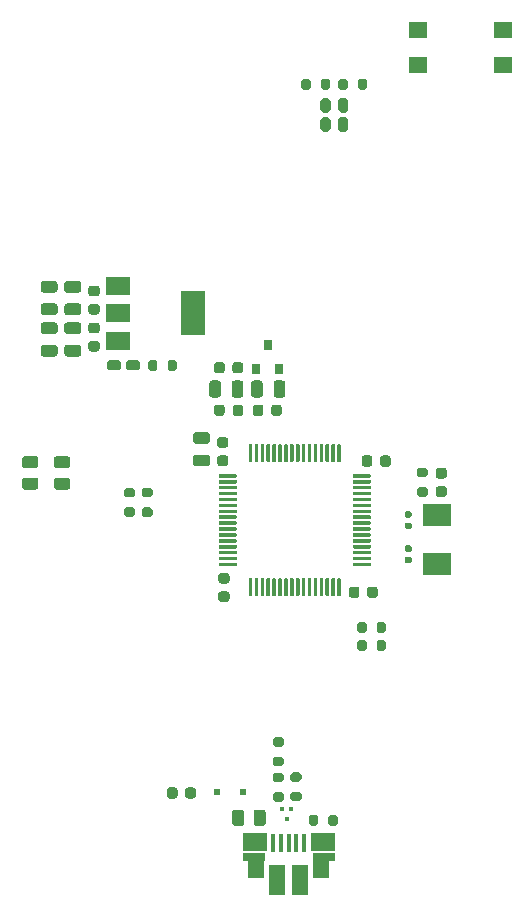
<source format=gbr>
%TF.GenerationSoftware,KiCad,Pcbnew,(5.1.9)-1*%
%TF.CreationDate,2021-05-07T19:23:29+02:00*%
%TF.ProjectId,STM32_Launchpad_v1r1,53544d33-325f-44c6-9175-6e6368706164,rev?*%
%TF.SameCoordinates,Original*%
%TF.FileFunction,Paste,Top*%
%TF.FilePolarity,Positive*%
%FSLAX46Y46*%
G04 Gerber Fmt 4.6, Leading zero omitted, Abs format (unit mm)*
G04 Created by KiCad (PCBNEW (5.1.9)-1) date 2021-05-07 19:23:29*
%MOMM*%
%LPD*%
G01*
G04 APERTURE LIST*
%ADD10R,2.000000X1.500000*%
%ADD11R,2.000000X3.800000*%
%ADD12R,0.500000X0.500000*%
%ADD13R,1.600000X1.400000*%
%ADD14R,0.300000X0.300000*%
%ADD15R,1.430000X2.500000*%
%ADD16R,0.400000X1.650000*%
%ADD17R,1.825000X0.700000*%
%ADD18R,1.350000X2.000000*%
%ADD19R,2.400000X1.900000*%
%ADD20R,0.800000X0.900000*%
G04 APERTURE END LIST*
D10*
%TO.C,U4*%
X72050000Y-78200000D03*
X72050000Y-82800000D03*
X72050000Y-80500000D03*
D11*
X78350000Y-80500000D03*
%TD*%
D12*
%TO.C,D1*%
X80400000Y-121000000D03*
X82600000Y-121000000D03*
%TD*%
%TO.C,C19*%
G36*
G01*
X77075000Y-120850000D02*
X77075000Y-121350000D01*
G75*
G02*
X76850000Y-121575000I-225000J0D01*
G01*
X76400000Y-121575000D01*
G75*
G02*
X76175000Y-121350000I0J225000D01*
G01*
X76175000Y-120850000D01*
G75*
G02*
X76400000Y-120625000I225000J0D01*
G01*
X76850000Y-120625000D01*
G75*
G02*
X77075000Y-120850000I0J-225000D01*
G01*
G37*
G36*
G01*
X78625000Y-120850000D02*
X78625000Y-121350000D01*
G75*
G02*
X78400000Y-121575000I-225000J0D01*
G01*
X77950000Y-121575000D01*
G75*
G02*
X77725000Y-121350000I0J225000D01*
G01*
X77725000Y-120850000D01*
G75*
G02*
X77950000Y-120625000I225000J0D01*
G01*
X78400000Y-120625000D01*
G75*
G02*
X78625000Y-120850000I0J-225000D01*
G01*
G37*
%TD*%
%TO.C,C5*%
G36*
G01*
X80750000Y-104025000D02*
X81250000Y-104025000D01*
G75*
G02*
X81475000Y-104250000I0J-225000D01*
G01*
X81475000Y-104700000D01*
G75*
G02*
X81250000Y-104925000I-225000J0D01*
G01*
X80750000Y-104925000D01*
G75*
G02*
X80525000Y-104700000I0J225000D01*
G01*
X80525000Y-104250000D01*
G75*
G02*
X80750000Y-104025000I225000J0D01*
G01*
G37*
G36*
G01*
X80750000Y-102475000D02*
X81250000Y-102475000D01*
G75*
G02*
X81475000Y-102700000I0J-225000D01*
G01*
X81475000Y-103150000D01*
G75*
G02*
X81250000Y-103375000I-225000J0D01*
G01*
X80750000Y-103375000D01*
G75*
G02*
X80525000Y-103150000I0J225000D01*
G01*
X80525000Y-102700000D01*
G75*
G02*
X80750000Y-102475000I225000J0D01*
G01*
G37*
%TD*%
D13*
%TO.C,SW1*%
X97400000Y-59500000D03*
X104600000Y-59500000D03*
X97400000Y-56500000D03*
X104600000Y-56500000D03*
%TD*%
%TO.C,R13*%
G36*
G01*
X66849999Y-94400000D02*
X67750001Y-94400000D01*
G75*
G02*
X68000000Y-94649999I0J-249999D01*
G01*
X68000000Y-95175001D01*
G75*
G02*
X67750001Y-95425000I-249999J0D01*
G01*
X66849999Y-95425000D01*
G75*
G02*
X66600000Y-95175001I0J249999D01*
G01*
X66600000Y-94649999D01*
G75*
G02*
X66849999Y-94400000I249999J0D01*
G01*
G37*
G36*
G01*
X66849999Y-92575000D02*
X67750001Y-92575000D01*
G75*
G02*
X68000000Y-92824999I0J-249999D01*
G01*
X68000000Y-93350001D01*
G75*
G02*
X67750001Y-93600000I-249999J0D01*
G01*
X66849999Y-93600000D01*
G75*
G02*
X66600000Y-93350001I0J249999D01*
G01*
X66600000Y-92824999D01*
G75*
G02*
X66849999Y-92575000I249999J0D01*
G01*
G37*
%TD*%
%TO.C,R11*%
G36*
G01*
X75375000Y-84625000D02*
X75375000Y-85175000D01*
G75*
G02*
X75175000Y-85375000I-200000J0D01*
G01*
X74775000Y-85375000D01*
G75*
G02*
X74575000Y-85175000I0J200000D01*
G01*
X74575000Y-84625000D01*
G75*
G02*
X74775000Y-84425000I200000J0D01*
G01*
X75175000Y-84425000D01*
G75*
G02*
X75375000Y-84625000I0J-200000D01*
G01*
G37*
G36*
G01*
X77025000Y-84625000D02*
X77025000Y-85175000D01*
G75*
G02*
X76825000Y-85375000I-200000J0D01*
G01*
X76425000Y-85375000D01*
G75*
G02*
X76225000Y-85175000I0J200000D01*
G01*
X76225000Y-84625000D01*
G75*
G02*
X76425000Y-84425000I200000J0D01*
G01*
X76825000Y-84425000D01*
G75*
G02*
X77025000Y-84625000I0J-200000D01*
G01*
G37*
%TD*%
%TO.C,R9*%
G36*
G01*
X91475000Y-60825000D02*
X91475000Y-61375000D01*
G75*
G02*
X91275000Y-61575000I-200000J0D01*
G01*
X90875000Y-61575000D01*
G75*
G02*
X90675000Y-61375000I0J200000D01*
G01*
X90675000Y-60825000D01*
G75*
G02*
X90875000Y-60625000I200000J0D01*
G01*
X91275000Y-60625000D01*
G75*
G02*
X91475000Y-60825000I0J-200000D01*
G01*
G37*
G36*
G01*
X93125000Y-60825000D02*
X93125000Y-61375000D01*
G75*
G02*
X92925000Y-61575000I-200000J0D01*
G01*
X92525000Y-61575000D01*
G75*
G02*
X92325000Y-61375000I0J200000D01*
G01*
X92325000Y-60825000D01*
G75*
G02*
X92525000Y-60625000I200000J0D01*
G01*
X92925000Y-60625000D01*
G75*
G02*
X93125000Y-60825000I0J-200000D01*
G01*
G37*
%TD*%
%TO.C,R8*%
G36*
G01*
X89200000Y-61375000D02*
X89200000Y-60825000D01*
G75*
G02*
X89400000Y-60625000I200000J0D01*
G01*
X89800000Y-60625000D01*
G75*
G02*
X90000000Y-60825000I0J-200000D01*
G01*
X90000000Y-61375000D01*
G75*
G02*
X89800000Y-61575000I-200000J0D01*
G01*
X89400000Y-61575000D01*
G75*
G02*
X89200000Y-61375000I0J200000D01*
G01*
G37*
G36*
G01*
X87550000Y-61375000D02*
X87550000Y-60825000D01*
G75*
G02*
X87750000Y-60625000I200000J0D01*
G01*
X88150000Y-60625000D01*
G75*
G02*
X88350000Y-60825000I0J-200000D01*
G01*
X88350000Y-61375000D01*
G75*
G02*
X88150000Y-61575000I-200000J0D01*
G01*
X87750000Y-61575000D01*
G75*
G02*
X87550000Y-61375000I0J200000D01*
G01*
G37*
%TD*%
%TO.C,R7*%
G36*
G01*
X85875000Y-117175000D02*
X85325000Y-117175000D01*
G75*
G02*
X85125000Y-116975000I0J200000D01*
G01*
X85125000Y-116575000D01*
G75*
G02*
X85325000Y-116375000I200000J0D01*
G01*
X85875000Y-116375000D01*
G75*
G02*
X86075000Y-116575000I0J-200000D01*
G01*
X86075000Y-116975000D01*
G75*
G02*
X85875000Y-117175000I-200000J0D01*
G01*
G37*
G36*
G01*
X85875000Y-118825000D02*
X85325000Y-118825000D01*
G75*
G02*
X85125000Y-118625000I0J200000D01*
G01*
X85125000Y-118225000D01*
G75*
G02*
X85325000Y-118025000I200000J0D01*
G01*
X85875000Y-118025000D01*
G75*
G02*
X86075000Y-118225000I0J-200000D01*
G01*
X86075000Y-118625000D01*
G75*
G02*
X85875000Y-118825000I-200000J0D01*
G01*
G37*
%TD*%
%TO.C,R6*%
G36*
G01*
X85325000Y-121025000D02*
X85875000Y-121025000D01*
G75*
G02*
X86075000Y-121225000I0J-200000D01*
G01*
X86075000Y-121625000D01*
G75*
G02*
X85875000Y-121825000I-200000J0D01*
G01*
X85325000Y-121825000D01*
G75*
G02*
X85125000Y-121625000I0J200000D01*
G01*
X85125000Y-121225000D01*
G75*
G02*
X85325000Y-121025000I200000J0D01*
G01*
G37*
G36*
G01*
X85325000Y-119375000D02*
X85875000Y-119375000D01*
G75*
G02*
X86075000Y-119575000I0J-200000D01*
G01*
X86075000Y-119975000D01*
G75*
G02*
X85875000Y-120175000I-200000J0D01*
G01*
X85325000Y-120175000D01*
G75*
G02*
X85125000Y-119975000I0J200000D01*
G01*
X85125000Y-119575000D01*
G75*
G02*
X85325000Y-119375000I200000J0D01*
G01*
G37*
%TD*%
%TO.C,R5*%
G36*
G01*
X86825000Y-121000000D02*
X87375000Y-121000000D01*
G75*
G02*
X87575000Y-121200000I0J-200000D01*
G01*
X87575000Y-121600000D01*
G75*
G02*
X87375000Y-121800000I-200000J0D01*
G01*
X86825000Y-121800000D01*
G75*
G02*
X86625000Y-121600000I0J200000D01*
G01*
X86625000Y-121200000D01*
G75*
G02*
X86825000Y-121000000I200000J0D01*
G01*
G37*
G36*
G01*
X86825000Y-119350000D02*
X87375000Y-119350000D01*
G75*
G02*
X87575000Y-119550000I0J-200000D01*
G01*
X87575000Y-119950000D01*
G75*
G02*
X87375000Y-120150000I-200000J0D01*
G01*
X86825000Y-120150000D01*
G75*
G02*
X86625000Y-119950000I0J200000D01*
G01*
X86625000Y-119550000D01*
G75*
G02*
X86825000Y-119350000I200000J0D01*
G01*
G37*
%TD*%
%TO.C,R2*%
G36*
G01*
X88975000Y-123125000D02*
X88975000Y-123675000D01*
G75*
G02*
X88775000Y-123875000I-200000J0D01*
G01*
X88375000Y-123875000D01*
G75*
G02*
X88175000Y-123675000I0J200000D01*
G01*
X88175000Y-123125000D01*
G75*
G02*
X88375000Y-122925000I200000J0D01*
G01*
X88775000Y-122925000D01*
G75*
G02*
X88975000Y-123125000I0J-200000D01*
G01*
G37*
G36*
G01*
X90625000Y-123125000D02*
X90625000Y-123675000D01*
G75*
G02*
X90425000Y-123875000I-200000J0D01*
G01*
X90025000Y-123875000D01*
G75*
G02*
X89825000Y-123675000I0J200000D01*
G01*
X89825000Y-123125000D01*
G75*
G02*
X90025000Y-122925000I200000J0D01*
G01*
X90425000Y-122925000D01*
G75*
G02*
X90625000Y-123125000I0J-200000D01*
G01*
G37*
%TD*%
%TO.C,R12*%
G36*
G01*
X73275000Y-96075000D02*
X72725000Y-96075000D01*
G75*
G02*
X72525000Y-95875000I0J200000D01*
G01*
X72525000Y-95475000D01*
G75*
G02*
X72725000Y-95275000I200000J0D01*
G01*
X73275000Y-95275000D01*
G75*
G02*
X73475000Y-95475000I0J-200000D01*
G01*
X73475000Y-95875000D01*
G75*
G02*
X73275000Y-96075000I-200000J0D01*
G01*
G37*
G36*
G01*
X73275000Y-97725000D02*
X72725000Y-97725000D01*
G75*
G02*
X72525000Y-97525000I0J200000D01*
G01*
X72525000Y-97125000D01*
G75*
G02*
X72725000Y-96925000I200000J0D01*
G01*
X73275000Y-96925000D01*
G75*
G02*
X73475000Y-97125000I0J-200000D01*
G01*
X73475000Y-97525000D01*
G75*
G02*
X73275000Y-97725000I-200000J0D01*
G01*
G37*
%TD*%
%TO.C,R10*%
G36*
G01*
X74775000Y-96075000D02*
X74225000Y-96075000D01*
G75*
G02*
X74025000Y-95875000I0J200000D01*
G01*
X74025000Y-95475000D01*
G75*
G02*
X74225000Y-95275000I200000J0D01*
G01*
X74775000Y-95275000D01*
G75*
G02*
X74975000Y-95475000I0J-200000D01*
G01*
X74975000Y-95875000D01*
G75*
G02*
X74775000Y-96075000I-200000J0D01*
G01*
G37*
G36*
G01*
X74775000Y-97725000D02*
X74225000Y-97725000D01*
G75*
G02*
X74025000Y-97525000I0J200000D01*
G01*
X74025000Y-97125000D01*
G75*
G02*
X74225000Y-96925000I200000J0D01*
G01*
X74775000Y-96925000D01*
G75*
G02*
X74975000Y-97125000I0J-200000D01*
G01*
X74975000Y-97525000D01*
G75*
G02*
X74775000Y-97725000I-200000J0D01*
G01*
G37*
%TD*%
%TO.C,R14*%
G36*
G01*
X83512500Y-123650001D02*
X83512500Y-122749999D01*
G75*
G02*
X83762499Y-122500000I249999J0D01*
G01*
X84287501Y-122500000D01*
G75*
G02*
X84537500Y-122749999I0J-249999D01*
G01*
X84537500Y-123650001D01*
G75*
G02*
X84287501Y-123900000I-249999J0D01*
G01*
X83762499Y-123900000D01*
G75*
G02*
X83512500Y-123650001I0J249999D01*
G01*
G37*
G36*
G01*
X81687500Y-123650001D02*
X81687500Y-122749999D01*
G75*
G02*
X81937499Y-122500000I249999J0D01*
G01*
X82462501Y-122500000D01*
G75*
G02*
X82712500Y-122749999I0J-249999D01*
G01*
X82712500Y-123650001D01*
G75*
G02*
X82462501Y-123900000I-249999J0D01*
G01*
X81937499Y-123900000D01*
G75*
G02*
X81687500Y-123650001I0J249999D01*
G01*
G37*
%TD*%
%TO.C,R15*%
G36*
G01*
X65050001Y-93600000D02*
X64149999Y-93600000D01*
G75*
G02*
X63900000Y-93350001I0J249999D01*
G01*
X63900000Y-92824999D01*
G75*
G02*
X64149999Y-92575000I249999J0D01*
G01*
X65050001Y-92575000D01*
G75*
G02*
X65300000Y-92824999I0J-249999D01*
G01*
X65300000Y-93350001D01*
G75*
G02*
X65050001Y-93600000I-249999J0D01*
G01*
G37*
G36*
G01*
X65050001Y-95425000D02*
X64149999Y-95425000D01*
G75*
G02*
X63900000Y-95175001I0J249999D01*
G01*
X63900000Y-94649999D01*
G75*
G02*
X64149999Y-94400000I249999J0D01*
G01*
X65050001Y-94400000D01*
G75*
G02*
X65300000Y-94649999I0J-249999D01*
G01*
X65300000Y-95175001D01*
G75*
G02*
X65050001Y-95425000I-249999J0D01*
G01*
G37*
%TD*%
%TO.C,R4*%
G36*
G01*
X93925000Y-107375000D02*
X93925000Y-106825000D01*
G75*
G02*
X94125000Y-106625000I200000J0D01*
G01*
X94525000Y-106625000D01*
G75*
G02*
X94725000Y-106825000I0J-200000D01*
G01*
X94725000Y-107375000D01*
G75*
G02*
X94525000Y-107575000I-200000J0D01*
G01*
X94125000Y-107575000D01*
G75*
G02*
X93925000Y-107375000I0J200000D01*
G01*
G37*
G36*
G01*
X92275000Y-107375000D02*
X92275000Y-106825000D01*
G75*
G02*
X92475000Y-106625000I200000J0D01*
G01*
X92875000Y-106625000D01*
G75*
G02*
X93075000Y-106825000I0J-200000D01*
G01*
X93075000Y-107375000D01*
G75*
G02*
X92875000Y-107575000I-200000J0D01*
G01*
X92475000Y-107575000D01*
G75*
G02*
X92275000Y-107375000I0J200000D01*
G01*
G37*
%TD*%
%TO.C,R3*%
G36*
G01*
X93075000Y-108325000D02*
X93075000Y-108875000D01*
G75*
G02*
X92875000Y-109075000I-200000J0D01*
G01*
X92475000Y-109075000D01*
G75*
G02*
X92275000Y-108875000I0J200000D01*
G01*
X92275000Y-108325000D01*
G75*
G02*
X92475000Y-108125000I200000J0D01*
G01*
X92875000Y-108125000D01*
G75*
G02*
X93075000Y-108325000I0J-200000D01*
G01*
G37*
G36*
G01*
X94725000Y-108325000D02*
X94725000Y-108875000D01*
G75*
G02*
X94525000Y-109075000I-200000J0D01*
G01*
X94125000Y-109075000D01*
G75*
G02*
X93925000Y-108875000I0J200000D01*
G01*
X93925000Y-108325000D01*
G75*
G02*
X94125000Y-108125000I200000J0D01*
G01*
X94525000Y-108125000D01*
G75*
G02*
X94725000Y-108325000I0J-200000D01*
G01*
G37*
%TD*%
%TO.C,R1*%
G36*
G01*
X97525000Y-95225000D02*
X98075000Y-95225000D01*
G75*
G02*
X98275000Y-95425000I0J-200000D01*
G01*
X98275000Y-95825000D01*
G75*
G02*
X98075000Y-96025000I-200000J0D01*
G01*
X97525000Y-96025000D01*
G75*
G02*
X97325000Y-95825000I0J200000D01*
G01*
X97325000Y-95425000D01*
G75*
G02*
X97525000Y-95225000I200000J0D01*
G01*
G37*
G36*
G01*
X97525000Y-93575000D02*
X98075000Y-93575000D01*
G75*
G02*
X98275000Y-93775000I0J-200000D01*
G01*
X98275000Y-94175000D01*
G75*
G02*
X98075000Y-94375000I-200000J0D01*
G01*
X97525000Y-94375000D01*
G75*
G02*
X97325000Y-94175000I0J200000D01*
G01*
X97325000Y-93775000D01*
G75*
G02*
X97525000Y-93575000I200000J0D01*
G01*
G37*
%TD*%
%TO.C,FB1*%
G36*
G01*
X81050000Y-88443750D02*
X81050000Y-88956250D01*
G75*
G02*
X80831250Y-89175000I-218750J0D01*
G01*
X80393750Y-89175000D01*
G75*
G02*
X80175000Y-88956250I0J218750D01*
G01*
X80175000Y-88443750D01*
G75*
G02*
X80393750Y-88225000I218750J0D01*
G01*
X80831250Y-88225000D01*
G75*
G02*
X81050000Y-88443750I0J-218750D01*
G01*
G37*
G36*
G01*
X82625000Y-88443750D02*
X82625000Y-88956250D01*
G75*
G02*
X82406250Y-89175000I-218750J0D01*
G01*
X81968750Y-89175000D01*
G75*
G02*
X81750000Y-88956250I0J218750D01*
G01*
X81750000Y-88443750D01*
G75*
G02*
X81968750Y-88225000I218750J0D01*
G01*
X82406250Y-88225000D01*
G75*
G02*
X82625000Y-88443750I0J-218750D01*
G01*
G37*
%TD*%
%TO.C,D4*%
G36*
G01*
X72300000Y-84687500D02*
X72300000Y-85112500D01*
G75*
G02*
X72087500Y-85325000I-212500J0D01*
G01*
X71287500Y-85325000D01*
G75*
G02*
X71075000Y-85112500I0J212500D01*
G01*
X71075000Y-84687500D01*
G75*
G02*
X71287500Y-84475000I212500J0D01*
G01*
X72087500Y-84475000D01*
G75*
G02*
X72300000Y-84687500I0J-212500D01*
G01*
G37*
G36*
G01*
X73925000Y-84687500D02*
X73925000Y-85112500D01*
G75*
G02*
X73712500Y-85325000I-212500J0D01*
G01*
X72912500Y-85325000D01*
G75*
G02*
X72700000Y-85112500I0J212500D01*
G01*
X72700000Y-84687500D01*
G75*
G02*
X72912500Y-84475000I212500J0D01*
G01*
X73712500Y-84475000D01*
G75*
G02*
X73925000Y-84687500I0J-212500D01*
G01*
G37*
%TD*%
%TO.C,D3*%
G36*
G01*
X90887500Y-63887500D02*
X91312500Y-63887500D01*
G75*
G02*
X91525000Y-64100000I0J-212500D01*
G01*
X91525000Y-64900000D01*
G75*
G02*
X91312500Y-65112500I-212500J0D01*
G01*
X90887500Y-65112500D01*
G75*
G02*
X90675000Y-64900000I0J212500D01*
G01*
X90675000Y-64100000D01*
G75*
G02*
X90887500Y-63887500I212500J0D01*
G01*
G37*
G36*
G01*
X90887500Y-62262500D02*
X91312500Y-62262500D01*
G75*
G02*
X91525000Y-62475000I0J-212500D01*
G01*
X91525000Y-63275000D01*
G75*
G02*
X91312500Y-63487500I-212500J0D01*
G01*
X90887500Y-63487500D01*
G75*
G02*
X90675000Y-63275000I0J212500D01*
G01*
X90675000Y-62475000D01*
G75*
G02*
X90887500Y-62262500I212500J0D01*
G01*
G37*
%TD*%
%TO.C,D2*%
G36*
G01*
X89387500Y-63887500D02*
X89812500Y-63887500D01*
G75*
G02*
X90025000Y-64100000I0J-212500D01*
G01*
X90025000Y-64900000D01*
G75*
G02*
X89812500Y-65112500I-212500J0D01*
G01*
X89387500Y-65112500D01*
G75*
G02*
X89175000Y-64900000I0J212500D01*
G01*
X89175000Y-64100000D01*
G75*
G02*
X89387500Y-63887500I212500J0D01*
G01*
G37*
G36*
G01*
X89387500Y-62262500D02*
X89812500Y-62262500D01*
G75*
G02*
X90025000Y-62475000I0J-212500D01*
G01*
X90025000Y-63275000D01*
G75*
G02*
X89812500Y-63487500I-212500J0D01*
G01*
X89387500Y-63487500D01*
G75*
G02*
X89175000Y-63275000I0J212500D01*
G01*
X89175000Y-62475000D01*
G75*
G02*
X89387500Y-62262500I212500J0D01*
G01*
G37*
%TD*%
D14*
%TO.C,U1*%
X86300000Y-123325000D03*
X85950000Y-122475000D03*
X86650000Y-122475000D03*
%TD*%
D15*
%TO.C,J2*%
X87435000Y-128500000D03*
X85515000Y-128500000D03*
D16*
X87775000Y-125350000D03*
X87125000Y-125350000D03*
X86475000Y-125350000D03*
X85825000Y-125350000D03*
X85175000Y-125350000D03*
D10*
X89375000Y-125230000D03*
X83625000Y-125250000D03*
D17*
X89475000Y-126550000D03*
X83525000Y-126550000D03*
D18*
X83745000Y-127300000D03*
X89225000Y-127300000D03*
%TD*%
D19*
%TO.C,Y1*%
X99000000Y-101700000D03*
X99000000Y-97600000D03*
%TD*%
D20*
%TO.C,U3*%
X84700000Y-83200000D03*
X85650000Y-85200000D03*
X83750000Y-85200000D03*
%TD*%
%TO.C,U2*%
G36*
G01*
X90900000Y-102975000D02*
X90900000Y-104375000D01*
G75*
G02*
X90825000Y-104450000I-75000J0D01*
G01*
X90675000Y-104450000D01*
G75*
G02*
X90600000Y-104375000I0J75000D01*
G01*
X90600000Y-102975000D01*
G75*
G02*
X90675000Y-102900000I75000J0D01*
G01*
X90825000Y-102900000D01*
G75*
G02*
X90900000Y-102975000I0J-75000D01*
G01*
G37*
G36*
G01*
X90400000Y-102975000D02*
X90400000Y-104375000D01*
G75*
G02*
X90325000Y-104450000I-75000J0D01*
G01*
X90175000Y-104450000D01*
G75*
G02*
X90100000Y-104375000I0J75000D01*
G01*
X90100000Y-102975000D01*
G75*
G02*
X90175000Y-102900000I75000J0D01*
G01*
X90325000Y-102900000D01*
G75*
G02*
X90400000Y-102975000I0J-75000D01*
G01*
G37*
G36*
G01*
X89900000Y-102975000D02*
X89900000Y-104375000D01*
G75*
G02*
X89825000Y-104450000I-75000J0D01*
G01*
X89675000Y-104450000D01*
G75*
G02*
X89600000Y-104375000I0J75000D01*
G01*
X89600000Y-102975000D01*
G75*
G02*
X89675000Y-102900000I75000J0D01*
G01*
X89825000Y-102900000D01*
G75*
G02*
X89900000Y-102975000I0J-75000D01*
G01*
G37*
G36*
G01*
X89400000Y-102975000D02*
X89400000Y-104375000D01*
G75*
G02*
X89325000Y-104450000I-75000J0D01*
G01*
X89175000Y-104450000D01*
G75*
G02*
X89100000Y-104375000I0J75000D01*
G01*
X89100000Y-102975000D01*
G75*
G02*
X89175000Y-102900000I75000J0D01*
G01*
X89325000Y-102900000D01*
G75*
G02*
X89400000Y-102975000I0J-75000D01*
G01*
G37*
G36*
G01*
X88900000Y-102975000D02*
X88900000Y-104375000D01*
G75*
G02*
X88825000Y-104450000I-75000J0D01*
G01*
X88675000Y-104450000D01*
G75*
G02*
X88600000Y-104375000I0J75000D01*
G01*
X88600000Y-102975000D01*
G75*
G02*
X88675000Y-102900000I75000J0D01*
G01*
X88825000Y-102900000D01*
G75*
G02*
X88900000Y-102975000I0J-75000D01*
G01*
G37*
G36*
G01*
X88400000Y-102975000D02*
X88400000Y-104375000D01*
G75*
G02*
X88325000Y-104450000I-75000J0D01*
G01*
X88175000Y-104450000D01*
G75*
G02*
X88100000Y-104375000I0J75000D01*
G01*
X88100000Y-102975000D01*
G75*
G02*
X88175000Y-102900000I75000J0D01*
G01*
X88325000Y-102900000D01*
G75*
G02*
X88400000Y-102975000I0J-75000D01*
G01*
G37*
G36*
G01*
X87900000Y-102975000D02*
X87900000Y-104375000D01*
G75*
G02*
X87825000Y-104450000I-75000J0D01*
G01*
X87675000Y-104450000D01*
G75*
G02*
X87600000Y-104375000I0J75000D01*
G01*
X87600000Y-102975000D01*
G75*
G02*
X87675000Y-102900000I75000J0D01*
G01*
X87825000Y-102900000D01*
G75*
G02*
X87900000Y-102975000I0J-75000D01*
G01*
G37*
G36*
G01*
X87400000Y-102975000D02*
X87400000Y-104375000D01*
G75*
G02*
X87325000Y-104450000I-75000J0D01*
G01*
X87175000Y-104450000D01*
G75*
G02*
X87100000Y-104375000I0J75000D01*
G01*
X87100000Y-102975000D01*
G75*
G02*
X87175000Y-102900000I75000J0D01*
G01*
X87325000Y-102900000D01*
G75*
G02*
X87400000Y-102975000I0J-75000D01*
G01*
G37*
G36*
G01*
X86900000Y-102975000D02*
X86900000Y-104375000D01*
G75*
G02*
X86825000Y-104450000I-75000J0D01*
G01*
X86675000Y-104450000D01*
G75*
G02*
X86600000Y-104375000I0J75000D01*
G01*
X86600000Y-102975000D01*
G75*
G02*
X86675000Y-102900000I75000J0D01*
G01*
X86825000Y-102900000D01*
G75*
G02*
X86900000Y-102975000I0J-75000D01*
G01*
G37*
G36*
G01*
X86400000Y-102975000D02*
X86400000Y-104375000D01*
G75*
G02*
X86325000Y-104450000I-75000J0D01*
G01*
X86175000Y-104450000D01*
G75*
G02*
X86100000Y-104375000I0J75000D01*
G01*
X86100000Y-102975000D01*
G75*
G02*
X86175000Y-102900000I75000J0D01*
G01*
X86325000Y-102900000D01*
G75*
G02*
X86400000Y-102975000I0J-75000D01*
G01*
G37*
G36*
G01*
X85900000Y-102975000D02*
X85900000Y-104375000D01*
G75*
G02*
X85825000Y-104450000I-75000J0D01*
G01*
X85675000Y-104450000D01*
G75*
G02*
X85600000Y-104375000I0J75000D01*
G01*
X85600000Y-102975000D01*
G75*
G02*
X85675000Y-102900000I75000J0D01*
G01*
X85825000Y-102900000D01*
G75*
G02*
X85900000Y-102975000I0J-75000D01*
G01*
G37*
G36*
G01*
X85400000Y-102975000D02*
X85400000Y-104375000D01*
G75*
G02*
X85325000Y-104450000I-75000J0D01*
G01*
X85175000Y-104450000D01*
G75*
G02*
X85100000Y-104375000I0J75000D01*
G01*
X85100000Y-102975000D01*
G75*
G02*
X85175000Y-102900000I75000J0D01*
G01*
X85325000Y-102900000D01*
G75*
G02*
X85400000Y-102975000I0J-75000D01*
G01*
G37*
G36*
G01*
X84900000Y-102975000D02*
X84900000Y-104375000D01*
G75*
G02*
X84825000Y-104450000I-75000J0D01*
G01*
X84675000Y-104450000D01*
G75*
G02*
X84600000Y-104375000I0J75000D01*
G01*
X84600000Y-102975000D01*
G75*
G02*
X84675000Y-102900000I75000J0D01*
G01*
X84825000Y-102900000D01*
G75*
G02*
X84900000Y-102975000I0J-75000D01*
G01*
G37*
G36*
G01*
X84400000Y-102975000D02*
X84400000Y-104375000D01*
G75*
G02*
X84325000Y-104450000I-75000J0D01*
G01*
X84175000Y-104450000D01*
G75*
G02*
X84100000Y-104375000I0J75000D01*
G01*
X84100000Y-102975000D01*
G75*
G02*
X84175000Y-102900000I75000J0D01*
G01*
X84325000Y-102900000D01*
G75*
G02*
X84400000Y-102975000I0J-75000D01*
G01*
G37*
G36*
G01*
X83900000Y-102975000D02*
X83900000Y-104375000D01*
G75*
G02*
X83825000Y-104450000I-75000J0D01*
G01*
X83675000Y-104450000D01*
G75*
G02*
X83600000Y-104375000I0J75000D01*
G01*
X83600000Y-102975000D01*
G75*
G02*
X83675000Y-102900000I75000J0D01*
G01*
X83825000Y-102900000D01*
G75*
G02*
X83900000Y-102975000I0J-75000D01*
G01*
G37*
G36*
G01*
X83400000Y-102975000D02*
X83400000Y-104375000D01*
G75*
G02*
X83325000Y-104450000I-75000J0D01*
G01*
X83175000Y-104450000D01*
G75*
G02*
X83100000Y-104375000I0J75000D01*
G01*
X83100000Y-102975000D01*
G75*
G02*
X83175000Y-102900000I75000J0D01*
G01*
X83325000Y-102900000D01*
G75*
G02*
X83400000Y-102975000I0J-75000D01*
G01*
G37*
G36*
G01*
X82100000Y-101675000D02*
X82100000Y-101825000D01*
G75*
G02*
X82025000Y-101900000I-75000J0D01*
G01*
X80625000Y-101900000D01*
G75*
G02*
X80550000Y-101825000I0J75000D01*
G01*
X80550000Y-101675000D01*
G75*
G02*
X80625000Y-101600000I75000J0D01*
G01*
X82025000Y-101600000D01*
G75*
G02*
X82100000Y-101675000I0J-75000D01*
G01*
G37*
G36*
G01*
X82100000Y-101175000D02*
X82100000Y-101325000D01*
G75*
G02*
X82025000Y-101400000I-75000J0D01*
G01*
X80625000Y-101400000D01*
G75*
G02*
X80550000Y-101325000I0J75000D01*
G01*
X80550000Y-101175000D01*
G75*
G02*
X80625000Y-101100000I75000J0D01*
G01*
X82025000Y-101100000D01*
G75*
G02*
X82100000Y-101175000I0J-75000D01*
G01*
G37*
G36*
G01*
X82100000Y-100675000D02*
X82100000Y-100825000D01*
G75*
G02*
X82025000Y-100900000I-75000J0D01*
G01*
X80625000Y-100900000D01*
G75*
G02*
X80550000Y-100825000I0J75000D01*
G01*
X80550000Y-100675000D01*
G75*
G02*
X80625000Y-100600000I75000J0D01*
G01*
X82025000Y-100600000D01*
G75*
G02*
X82100000Y-100675000I0J-75000D01*
G01*
G37*
G36*
G01*
X82100000Y-100175000D02*
X82100000Y-100325000D01*
G75*
G02*
X82025000Y-100400000I-75000J0D01*
G01*
X80625000Y-100400000D01*
G75*
G02*
X80550000Y-100325000I0J75000D01*
G01*
X80550000Y-100175000D01*
G75*
G02*
X80625000Y-100100000I75000J0D01*
G01*
X82025000Y-100100000D01*
G75*
G02*
X82100000Y-100175000I0J-75000D01*
G01*
G37*
G36*
G01*
X82100000Y-99675000D02*
X82100000Y-99825000D01*
G75*
G02*
X82025000Y-99900000I-75000J0D01*
G01*
X80625000Y-99900000D01*
G75*
G02*
X80550000Y-99825000I0J75000D01*
G01*
X80550000Y-99675000D01*
G75*
G02*
X80625000Y-99600000I75000J0D01*
G01*
X82025000Y-99600000D01*
G75*
G02*
X82100000Y-99675000I0J-75000D01*
G01*
G37*
G36*
G01*
X82100000Y-99175000D02*
X82100000Y-99325000D01*
G75*
G02*
X82025000Y-99400000I-75000J0D01*
G01*
X80625000Y-99400000D01*
G75*
G02*
X80550000Y-99325000I0J75000D01*
G01*
X80550000Y-99175000D01*
G75*
G02*
X80625000Y-99100000I75000J0D01*
G01*
X82025000Y-99100000D01*
G75*
G02*
X82100000Y-99175000I0J-75000D01*
G01*
G37*
G36*
G01*
X82100000Y-98675000D02*
X82100000Y-98825000D01*
G75*
G02*
X82025000Y-98900000I-75000J0D01*
G01*
X80625000Y-98900000D01*
G75*
G02*
X80550000Y-98825000I0J75000D01*
G01*
X80550000Y-98675000D01*
G75*
G02*
X80625000Y-98600000I75000J0D01*
G01*
X82025000Y-98600000D01*
G75*
G02*
X82100000Y-98675000I0J-75000D01*
G01*
G37*
G36*
G01*
X82100000Y-98175000D02*
X82100000Y-98325000D01*
G75*
G02*
X82025000Y-98400000I-75000J0D01*
G01*
X80625000Y-98400000D01*
G75*
G02*
X80550000Y-98325000I0J75000D01*
G01*
X80550000Y-98175000D01*
G75*
G02*
X80625000Y-98100000I75000J0D01*
G01*
X82025000Y-98100000D01*
G75*
G02*
X82100000Y-98175000I0J-75000D01*
G01*
G37*
G36*
G01*
X82100000Y-97675000D02*
X82100000Y-97825000D01*
G75*
G02*
X82025000Y-97900000I-75000J0D01*
G01*
X80625000Y-97900000D01*
G75*
G02*
X80550000Y-97825000I0J75000D01*
G01*
X80550000Y-97675000D01*
G75*
G02*
X80625000Y-97600000I75000J0D01*
G01*
X82025000Y-97600000D01*
G75*
G02*
X82100000Y-97675000I0J-75000D01*
G01*
G37*
G36*
G01*
X82100000Y-97175000D02*
X82100000Y-97325000D01*
G75*
G02*
X82025000Y-97400000I-75000J0D01*
G01*
X80625000Y-97400000D01*
G75*
G02*
X80550000Y-97325000I0J75000D01*
G01*
X80550000Y-97175000D01*
G75*
G02*
X80625000Y-97100000I75000J0D01*
G01*
X82025000Y-97100000D01*
G75*
G02*
X82100000Y-97175000I0J-75000D01*
G01*
G37*
G36*
G01*
X82100000Y-96675000D02*
X82100000Y-96825000D01*
G75*
G02*
X82025000Y-96900000I-75000J0D01*
G01*
X80625000Y-96900000D01*
G75*
G02*
X80550000Y-96825000I0J75000D01*
G01*
X80550000Y-96675000D01*
G75*
G02*
X80625000Y-96600000I75000J0D01*
G01*
X82025000Y-96600000D01*
G75*
G02*
X82100000Y-96675000I0J-75000D01*
G01*
G37*
G36*
G01*
X82100000Y-96175000D02*
X82100000Y-96325000D01*
G75*
G02*
X82025000Y-96400000I-75000J0D01*
G01*
X80625000Y-96400000D01*
G75*
G02*
X80550000Y-96325000I0J75000D01*
G01*
X80550000Y-96175000D01*
G75*
G02*
X80625000Y-96100000I75000J0D01*
G01*
X82025000Y-96100000D01*
G75*
G02*
X82100000Y-96175000I0J-75000D01*
G01*
G37*
G36*
G01*
X82100000Y-95675000D02*
X82100000Y-95825000D01*
G75*
G02*
X82025000Y-95900000I-75000J0D01*
G01*
X80625000Y-95900000D01*
G75*
G02*
X80550000Y-95825000I0J75000D01*
G01*
X80550000Y-95675000D01*
G75*
G02*
X80625000Y-95600000I75000J0D01*
G01*
X82025000Y-95600000D01*
G75*
G02*
X82100000Y-95675000I0J-75000D01*
G01*
G37*
G36*
G01*
X82100000Y-95175000D02*
X82100000Y-95325000D01*
G75*
G02*
X82025000Y-95400000I-75000J0D01*
G01*
X80625000Y-95400000D01*
G75*
G02*
X80550000Y-95325000I0J75000D01*
G01*
X80550000Y-95175000D01*
G75*
G02*
X80625000Y-95100000I75000J0D01*
G01*
X82025000Y-95100000D01*
G75*
G02*
X82100000Y-95175000I0J-75000D01*
G01*
G37*
G36*
G01*
X82100000Y-94675000D02*
X82100000Y-94825000D01*
G75*
G02*
X82025000Y-94900000I-75000J0D01*
G01*
X80625000Y-94900000D01*
G75*
G02*
X80550000Y-94825000I0J75000D01*
G01*
X80550000Y-94675000D01*
G75*
G02*
X80625000Y-94600000I75000J0D01*
G01*
X82025000Y-94600000D01*
G75*
G02*
X82100000Y-94675000I0J-75000D01*
G01*
G37*
G36*
G01*
X82100000Y-94175000D02*
X82100000Y-94325000D01*
G75*
G02*
X82025000Y-94400000I-75000J0D01*
G01*
X80625000Y-94400000D01*
G75*
G02*
X80550000Y-94325000I0J75000D01*
G01*
X80550000Y-94175000D01*
G75*
G02*
X80625000Y-94100000I75000J0D01*
G01*
X82025000Y-94100000D01*
G75*
G02*
X82100000Y-94175000I0J-75000D01*
G01*
G37*
G36*
G01*
X83400000Y-91625000D02*
X83400000Y-93025000D01*
G75*
G02*
X83325000Y-93100000I-75000J0D01*
G01*
X83175000Y-93100000D01*
G75*
G02*
X83100000Y-93025000I0J75000D01*
G01*
X83100000Y-91625000D01*
G75*
G02*
X83175000Y-91550000I75000J0D01*
G01*
X83325000Y-91550000D01*
G75*
G02*
X83400000Y-91625000I0J-75000D01*
G01*
G37*
G36*
G01*
X83900000Y-91625000D02*
X83900000Y-93025000D01*
G75*
G02*
X83825000Y-93100000I-75000J0D01*
G01*
X83675000Y-93100000D01*
G75*
G02*
X83600000Y-93025000I0J75000D01*
G01*
X83600000Y-91625000D01*
G75*
G02*
X83675000Y-91550000I75000J0D01*
G01*
X83825000Y-91550000D01*
G75*
G02*
X83900000Y-91625000I0J-75000D01*
G01*
G37*
G36*
G01*
X84400000Y-91625000D02*
X84400000Y-93025000D01*
G75*
G02*
X84325000Y-93100000I-75000J0D01*
G01*
X84175000Y-93100000D01*
G75*
G02*
X84100000Y-93025000I0J75000D01*
G01*
X84100000Y-91625000D01*
G75*
G02*
X84175000Y-91550000I75000J0D01*
G01*
X84325000Y-91550000D01*
G75*
G02*
X84400000Y-91625000I0J-75000D01*
G01*
G37*
G36*
G01*
X84900000Y-91625000D02*
X84900000Y-93025000D01*
G75*
G02*
X84825000Y-93100000I-75000J0D01*
G01*
X84675000Y-93100000D01*
G75*
G02*
X84600000Y-93025000I0J75000D01*
G01*
X84600000Y-91625000D01*
G75*
G02*
X84675000Y-91550000I75000J0D01*
G01*
X84825000Y-91550000D01*
G75*
G02*
X84900000Y-91625000I0J-75000D01*
G01*
G37*
G36*
G01*
X85400000Y-91625000D02*
X85400000Y-93025000D01*
G75*
G02*
X85325000Y-93100000I-75000J0D01*
G01*
X85175000Y-93100000D01*
G75*
G02*
X85100000Y-93025000I0J75000D01*
G01*
X85100000Y-91625000D01*
G75*
G02*
X85175000Y-91550000I75000J0D01*
G01*
X85325000Y-91550000D01*
G75*
G02*
X85400000Y-91625000I0J-75000D01*
G01*
G37*
G36*
G01*
X85900000Y-91625000D02*
X85900000Y-93025000D01*
G75*
G02*
X85825000Y-93100000I-75000J0D01*
G01*
X85675000Y-93100000D01*
G75*
G02*
X85600000Y-93025000I0J75000D01*
G01*
X85600000Y-91625000D01*
G75*
G02*
X85675000Y-91550000I75000J0D01*
G01*
X85825000Y-91550000D01*
G75*
G02*
X85900000Y-91625000I0J-75000D01*
G01*
G37*
G36*
G01*
X86400000Y-91625000D02*
X86400000Y-93025000D01*
G75*
G02*
X86325000Y-93100000I-75000J0D01*
G01*
X86175000Y-93100000D01*
G75*
G02*
X86100000Y-93025000I0J75000D01*
G01*
X86100000Y-91625000D01*
G75*
G02*
X86175000Y-91550000I75000J0D01*
G01*
X86325000Y-91550000D01*
G75*
G02*
X86400000Y-91625000I0J-75000D01*
G01*
G37*
G36*
G01*
X86900000Y-91625000D02*
X86900000Y-93025000D01*
G75*
G02*
X86825000Y-93100000I-75000J0D01*
G01*
X86675000Y-93100000D01*
G75*
G02*
X86600000Y-93025000I0J75000D01*
G01*
X86600000Y-91625000D01*
G75*
G02*
X86675000Y-91550000I75000J0D01*
G01*
X86825000Y-91550000D01*
G75*
G02*
X86900000Y-91625000I0J-75000D01*
G01*
G37*
G36*
G01*
X87400000Y-91625000D02*
X87400000Y-93025000D01*
G75*
G02*
X87325000Y-93100000I-75000J0D01*
G01*
X87175000Y-93100000D01*
G75*
G02*
X87100000Y-93025000I0J75000D01*
G01*
X87100000Y-91625000D01*
G75*
G02*
X87175000Y-91550000I75000J0D01*
G01*
X87325000Y-91550000D01*
G75*
G02*
X87400000Y-91625000I0J-75000D01*
G01*
G37*
G36*
G01*
X87900000Y-91625000D02*
X87900000Y-93025000D01*
G75*
G02*
X87825000Y-93100000I-75000J0D01*
G01*
X87675000Y-93100000D01*
G75*
G02*
X87600000Y-93025000I0J75000D01*
G01*
X87600000Y-91625000D01*
G75*
G02*
X87675000Y-91550000I75000J0D01*
G01*
X87825000Y-91550000D01*
G75*
G02*
X87900000Y-91625000I0J-75000D01*
G01*
G37*
G36*
G01*
X88400000Y-91625000D02*
X88400000Y-93025000D01*
G75*
G02*
X88325000Y-93100000I-75000J0D01*
G01*
X88175000Y-93100000D01*
G75*
G02*
X88100000Y-93025000I0J75000D01*
G01*
X88100000Y-91625000D01*
G75*
G02*
X88175000Y-91550000I75000J0D01*
G01*
X88325000Y-91550000D01*
G75*
G02*
X88400000Y-91625000I0J-75000D01*
G01*
G37*
G36*
G01*
X88900000Y-91625000D02*
X88900000Y-93025000D01*
G75*
G02*
X88825000Y-93100000I-75000J0D01*
G01*
X88675000Y-93100000D01*
G75*
G02*
X88600000Y-93025000I0J75000D01*
G01*
X88600000Y-91625000D01*
G75*
G02*
X88675000Y-91550000I75000J0D01*
G01*
X88825000Y-91550000D01*
G75*
G02*
X88900000Y-91625000I0J-75000D01*
G01*
G37*
G36*
G01*
X89400000Y-91625000D02*
X89400000Y-93025000D01*
G75*
G02*
X89325000Y-93100000I-75000J0D01*
G01*
X89175000Y-93100000D01*
G75*
G02*
X89100000Y-93025000I0J75000D01*
G01*
X89100000Y-91625000D01*
G75*
G02*
X89175000Y-91550000I75000J0D01*
G01*
X89325000Y-91550000D01*
G75*
G02*
X89400000Y-91625000I0J-75000D01*
G01*
G37*
G36*
G01*
X89900000Y-91625000D02*
X89900000Y-93025000D01*
G75*
G02*
X89825000Y-93100000I-75000J0D01*
G01*
X89675000Y-93100000D01*
G75*
G02*
X89600000Y-93025000I0J75000D01*
G01*
X89600000Y-91625000D01*
G75*
G02*
X89675000Y-91550000I75000J0D01*
G01*
X89825000Y-91550000D01*
G75*
G02*
X89900000Y-91625000I0J-75000D01*
G01*
G37*
G36*
G01*
X90400000Y-91625000D02*
X90400000Y-93025000D01*
G75*
G02*
X90325000Y-93100000I-75000J0D01*
G01*
X90175000Y-93100000D01*
G75*
G02*
X90100000Y-93025000I0J75000D01*
G01*
X90100000Y-91625000D01*
G75*
G02*
X90175000Y-91550000I75000J0D01*
G01*
X90325000Y-91550000D01*
G75*
G02*
X90400000Y-91625000I0J-75000D01*
G01*
G37*
G36*
G01*
X90900000Y-91625000D02*
X90900000Y-93025000D01*
G75*
G02*
X90825000Y-93100000I-75000J0D01*
G01*
X90675000Y-93100000D01*
G75*
G02*
X90600000Y-93025000I0J75000D01*
G01*
X90600000Y-91625000D01*
G75*
G02*
X90675000Y-91550000I75000J0D01*
G01*
X90825000Y-91550000D01*
G75*
G02*
X90900000Y-91625000I0J-75000D01*
G01*
G37*
G36*
G01*
X93450000Y-94175000D02*
X93450000Y-94325000D01*
G75*
G02*
X93375000Y-94400000I-75000J0D01*
G01*
X91975000Y-94400000D01*
G75*
G02*
X91900000Y-94325000I0J75000D01*
G01*
X91900000Y-94175000D01*
G75*
G02*
X91975000Y-94100000I75000J0D01*
G01*
X93375000Y-94100000D01*
G75*
G02*
X93450000Y-94175000I0J-75000D01*
G01*
G37*
G36*
G01*
X93450000Y-94675000D02*
X93450000Y-94825000D01*
G75*
G02*
X93375000Y-94900000I-75000J0D01*
G01*
X91975000Y-94900000D01*
G75*
G02*
X91900000Y-94825000I0J75000D01*
G01*
X91900000Y-94675000D01*
G75*
G02*
X91975000Y-94600000I75000J0D01*
G01*
X93375000Y-94600000D01*
G75*
G02*
X93450000Y-94675000I0J-75000D01*
G01*
G37*
G36*
G01*
X93450000Y-95175000D02*
X93450000Y-95325000D01*
G75*
G02*
X93375000Y-95400000I-75000J0D01*
G01*
X91975000Y-95400000D01*
G75*
G02*
X91900000Y-95325000I0J75000D01*
G01*
X91900000Y-95175000D01*
G75*
G02*
X91975000Y-95100000I75000J0D01*
G01*
X93375000Y-95100000D01*
G75*
G02*
X93450000Y-95175000I0J-75000D01*
G01*
G37*
G36*
G01*
X93450000Y-95675000D02*
X93450000Y-95825000D01*
G75*
G02*
X93375000Y-95900000I-75000J0D01*
G01*
X91975000Y-95900000D01*
G75*
G02*
X91900000Y-95825000I0J75000D01*
G01*
X91900000Y-95675000D01*
G75*
G02*
X91975000Y-95600000I75000J0D01*
G01*
X93375000Y-95600000D01*
G75*
G02*
X93450000Y-95675000I0J-75000D01*
G01*
G37*
G36*
G01*
X93450000Y-96175000D02*
X93450000Y-96325000D01*
G75*
G02*
X93375000Y-96400000I-75000J0D01*
G01*
X91975000Y-96400000D01*
G75*
G02*
X91900000Y-96325000I0J75000D01*
G01*
X91900000Y-96175000D01*
G75*
G02*
X91975000Y-96100000I75000J0D01*
G01*
X93375000Y-96100000D01*
G75*
G02*
X93450000Y-96175000I0J-75000D01*
G01*
G37*
G36*
G01*
X93450000Y-96675000D02*
X93450000Y-96825000D01*
G75*
G02*
X93375000Y-96900000I-75000J0D01*
G01*
X91975000Y-96900000D01*
G75*
G02*
X91900000Y-96825000I0J75000D01*
G01*
X91900000Y-96675000D01*
G75*
G02*
X91975000Y-96600000I75000J0D01*
G01*
X93375000Y-96600000D01*
G75*
G02*
X93450000Y-96675000I0J-75000D01*
G01*
G37*
G36*
G01*
X93450000Y-97175000D02*
X93450000Y-97325000D01*
G75*
G02*
X93375000Y-97400000I-75000J0D01*
G01*
X91975000Y-97400000D01*
G75*
G02*
X91900000Y-97325000I0J75000D01*
G01*
X91900000Y-97175000D01*
G75*
G02*
X91975000Y-97100000I75000J0D01*
G01*
X93375000Y-97100000D01*
G75*
G02*
X93450000Y-97175000I0J-75000D01*
G01*
G37*
G36*
G01*
X93450000Y-97675000D02*
X93450000Y-97825000D01*
G75*
G02*
X93375000Y-97900000I-75000J0D01*
G01*
X91975000Y-97900000D01*
G75*
G02*
X91900000Y-97825000I0J75000D01*
G01*
X91900000Y-97675000D01*
G75*
G02*
X91975000Y-97600000I75000J0D01*
G01*
X93375000Y-97600000D01*
G75*
G02*
X93450000Y-97675000I0J-75000D01*
G01*
G37*
G36*
G01*
X93450000Y-98175000D02*
X93450000Y-98325000D01*
G75*
G02*
X93375000Y-98400000I-75000J0D01*
G01*
X91975000Y-98400000D01*
G75*
G02*
X91900000Y-98325000I0J75000D01*
G01*
X91900000Y-98175000D01*
G75*
G02*
X91975000Y-98100000I75000J0D01*
G01*
X93375000Y-98100000D01*
G75*
G02*
X93450000Y-98175000I0J-75000D01*
G01*
G37*
G36*
G01*
X93450000Y-98675000D02*
X93450000Y-98825000D01*
G75*
G02*
X93375000Y-98900000I-75000J0D01*
G01*
X91975000Y-98900000D01*
G75*
G02*
X91900000Y-98825000I0J75000D01*
G01*
X91900000Y-98675000D01*
G75*
G02*
X91975000Y-98600000I75000J0D01*
G01*
X93375000Y-98600000D01*
G75*
G02*
X93450000Y-98675000I0J-75000D01*
G01*
G37*
G36*
G01*
X93450000Y-99175000D02*
X93450000Y-99325000D01*
G75*
G02*
X93375000Y-99400000I-75000J0D01*
G01*
X91975000Y-99400000D01*
G75*
G02*
X91900000Y-99325000I0J75000D01*
G01*
X91900000Y-99175000D01*
G75*
G02*
X91975000Y-99100000I75000J0D01*
G01*
X93375000Y-99100000D01*
G75*
G02*
X93450000Y-99175000I0J-75000D01*
G01*
G37*
G36*
G01*
X93450000Y-99675000D02*
X93450000Y-99825000D01*
G75*
G02*
X93375000Y-99900000I-75000J0D01*
G01*
X91975000Y-99900000D01*
G75*
G02*
X91900000Y-99825000I0J75000D01*
G01*
X91900000Y-99675000D01*
G75*
G02*
X91975000Y-99600000I75000J0D01*
G01*
X93375000Y-99600000D01*
G75*
G02*
X93450000Y-99675000I0J-75000D01*
G01*
G37*
G36*
G01*
X93450000Y-100175000D02*
X93450000Y-100325000D01*
G75*
G02*
X93375000Y-100400000I-75000J0D01*
G01*
X91975000Y-100400000D01*
G75*
G02*
X91900000Y-100325000I0J75000D01*
G01*
X91900000Y-100175000D01*
G75*
G02*
X91975000Y-100100000I75000J0D01*
G01*
X93375000Y-100100000D01*
G75*
G02*
X93450000Y-100175000I0J-75000D01*
G01*
G37*
G36*
G01*
X93450000Y-100675000D02*
X93450000Y-100825000D01*
G75*
G02*
X93375000Y-100900000I-75000J0D01*
G01*
X91975000Y-100900000D01*
G75*
G02*
X91900000Y-100825000I0J75000D01*
G01*
X91900000Y-100675000D01*
G75*
G02*
X91975000Y-100600000I75000J0D01*
G01*
X93375000Y-100600000D01*
G75*
G02*
X93450000Y-100675000I0J-75000D01*
G01*
G37*
G36*
G01*
X93450000Y-101175000D02*
X93450000Y-101325000D01*
G75*
G02*
X93375000Y-101400000I-75000J0D01*
G01*
X91975000Y-101400000D01*
G75*
G02*
X91900000Y-101325000I0J75000D01*
G01*
X91900000Y-101175000D01*
G75*
G02*
X91975000Y-101100000I75000J0D01*
G01*
X93375000Y-101100000D01*
G75*
G02*
X93450000Y-101175000I0J-75000D01*
G01*
G37*
G36*
G01*
X93450000Y-101675000D02*
X93450000Y-101825000D01*
G75*
G02*
X93375000Y-101900000I-75000J0D01*
G01*
X91975000Y-101900000D01*
G75*
G02*
X91900000Y-101825000I0J75000D01*
G01*
X91900000Y-101675000D01*
G75*
G02*
X91975000Y-101600000I75000J0D01*
G01*
X93375000Y-101600000D01*
G75*
G02*
X93450000Y-101675000I0J-75000D01*
G01*
G37*
%TD*%
%TO.C,C17*%
G36*
G01*
X66675000Y-78750000D02*
X65725000Y-78750000D01*
G75*
G02*
X65475000Y-78500000I0J250000D01*
G01*
X65475000Y-78000000D01*
G75*
G02*
X65725000Y-77750000I250000J0D01*
G01*
X66675000Y-77750000D01*
G75*
G02*
X66925000Y-78000000I0J-250000D01*
G01*
X66925000Y-78500000D01*
G75*
G02*
X66675000Y-78750000I-250000J0D01*
G01*
G37*
G36*
G01*
X66675000Y-80650000D02*
X65725000Y-80650000D01*
G75*
G02*
X65475000Y-80400000I0J250000D01*
G01*
X65475000Y-79900000D01*
G75*
G02*
X65725000Y-79650000I250000J0D01*
G01*
X66675000Y-79650000D01*
G75*
G02*
X66925000Y-79900000I0J-250000D01*
G01*
X66925000Y-80400000D01*
G75*
G02*
X66675000Y-80650000I-250000J0D01*
G01*
G37*
%TD*%
%TO.C,C18*%
G36*
G01*
X80750000Y-86425000D02*
X80750000Y-87375000D01*
G75*
G02*
X80500000Y-87625000I-250000J0D01*
G01*
X80000000Y-87625000D01*
G75*
G02*
X79750000Y-87375000I0J250000D01*
G01*
X79750000Y-86425000D01*
G75*
G02*
X80000000Y-86175000I250000J0D01*
G01*
X80500000Y-86175000D01*
G75*
G02*
X80750000Y-86425000I0J-250000D01*
G01*
G37*
G36*
G01*
X82650000Y-86425000D02*
X82650000Y-87375000D01*
G75*
G02*
X82400000Y-87625000I-250000J0D01*
G01*
X81900000Y-87625000D01*
G75*
G02*
X81650000Y-87375000I0J250000D01*
G01*
X81650000Y-86425000D01*
G75*
G02*
X81900000Y-86175000I250000J0D01*
G01*
X82400000Y-86175000D01*
G75*
G02*
X82650000Y-86425000I0J-250000D01*
G01*
G37*
%TD*%
%TO.C,C15*%
G36*
G01*
X68675000Y-78750000D02*
X67725000Y-78750000D01*
G75*
G02*
X67475000Y-78500000I0J250000D01*
G01*
X67475000Y-78000000D01*
G75*
G02*
X67725000Y-77750000I250000J0D01*
G01*
X68675000Y-77750000D01*
G75*
G02*
X68925000Y-78000000I0J-250000D01*
G01*
X68925000Y-78500000D01*
G75*
G02*
X68675000Y-78750000I-250000J0D01*
G01*
G37*
G36*
G01*
X68675000Y-80650000D02*
X67725000Y-80650000D01*
G75*
G02*
X67475000Y-80400000I0J250000D01*
G01*
X67475000Y-79900000D01*
G75*
G02*
X67725000Y-79650000I250000J0D01*
G01*
X68675000Y-79650000D01*
G75*
G02*
X68925000Y-79900000I0J-250000D01*
G01*
X68925000Y-80400000D01*
G75*
G02*
X68675000Y-80650000I-250000J0D01*
G01*
G37*
%TD*%
%TO.C,C16*%
G36*
G01*
X81075000Y-84850000D02*
X81075000Y-85350000D01*
G75*
G02*
X80850000Y-85575000I-225000J0D01*
G01*
X80400000Y-85575000D01*
G75*
G02*
X80175000Y-85350000I0J225000D01*
G01*
X80175000Y-84850000D01*
G75*
G02*
X80400000Y-84625000I225000J0D01*
G01*
X80850000Y-84625000D01*
G75*
G02*
X81075000Y-84850000I0J-225000D01*
G01*
G37*
G36*
G01*
X82625000Y-84850000D02*
X82625000Y-85350000D01*
G75*
G02*
X82400000Y-85575000I-225000J0D01*
G01*
X81950000Y-85575000D01*
G75*
G02*
X81725000Y-85350000I0J225000D01*
G01*
X81725000Y-84850000D01*
G75*
G02*
X81950000Y-84625000I225000J0D01*
G01*
X82400000Y-84625000D01*
G75*
G02*
X82625000Y-84850000I0J-225000D01*
G01*
G37*
%TD*%
%TO.C,C14*%
G36*
G01*
X70250000Y-79050000D02*
X69750000Y-79050000D01*
G75*
G02*
X69525000Y-78825000I0J225000D01*
G01*
X69525000Y-78375000D01*
G75*
G02*
X69750000Y-78150000I225000J0D01*
G01*
X70250000Y-78150000D01*
G75*
G02*
X70475000Y-78375000I0J-225000D01*
G01*
X70475000Y-78825000D01*
G75*
G02*
X70250000Y-79050000I-225000J0D01*
G01*
G37*
G36*
G01*
X70250000Y-80600000D02*
X69750000Y-80600000D01*
G75*
G02*
X69525000Y-80375000I0J225000D01*
G01*
X69525000Y-79925000D01*
G75*
G02*
X69750000Y-79700000I225000J0D01*
G01*
X70250000Y-79700000D01*
G75*
G02*
X70475000Y-79925000I0J-225000D01*
G01*
X70475000Y-80375000D01*
G75*
G02*
X70250000Y-80600000I-225000J0D01*
G01*
G37*
%TD*%
%TO.C,C13*%
G36*
G01*
X79575000Y-91550000D02*
X78625000Y-91550000D01*
G75*
G02*
X78375000Y-91300000I0J250000D01*
G01*
X78375000Y-90800000D01*
G75*
G02*
X78625000Y-90550000I250000J0D01*
G01*
X79575000Y-90550000D01*
G75*
G02*
X79825000Y-90800000I0J-250000D01*
G01*
X79825000Y-91300000D01*
G75*
G02*
X79575000Y-91550000I-250000J0D01*
G01*
G37*
G36*
G01*
X79575000Y-93450000D02*
X78625000Y-93450000D01*
G75*
G02*
X78375000Y-93200000I0J250000D01*
G01*
X78375000Y-92700000D01*
G75*
G02*
X78625000Y-92450000I250000J0D01*
G01*
X79575000Y-92450000D01*
G75*
G02*
X79825000Y-92700000I0J-250000D01*
G01*
X79825000Y-93200000D01*
G75*
G02*
X79575000Y-93450000I-250000J0D01*
G01*
G37*
%TD*%
%TO.C,C11*%
G36*
G01*
X93125000Y-104350000D02*
X93125000Y-103850000D01*
G75*
G02*
X93350000Y-103625000I225000J0D01*
G01*
X93800000Y-103625000D01*
G75*
G02*
X94025000Y-103850000I0J-225000D01*
G01*
X94025000Y-104350000D01*
G75*
G02*
X93800000Y-104575000I-225000J0D01*
G01*
X93350000Y-104575000D01*
G75*
G02*
X93125000Y-104350000I0J225000D01*
G01*
G37*
G36*
G01*
X91575000Y-104350000D02*
X91575000Y-103850000D01*
G75*
G02*
X91800000Y-103625000I225000J0D01*
G01*
X92250000Y-103625000D01*
G75*
G02*
X92475000Y-103850000I0J-225000D01*
G01*
X92475000Y-104350000D01*
G75*
G02*
X92250000Y-104575000I-225000J0D01*
G01*
X91800000Y-104575000D01*
G75*
G02*
X91575000Y-104350000I0J225000D01*
G01*
G37*
%TD*%
%TO.C,C12*%
G36*
G01*
X84300000Y-86425000D02*
X84300000Y-87375000D01*
G75*
G02*
X84050000Y-87625000I-250000J0D01*
G01*
X83550000Y-87625000D01*
G75*
G02*
X83300000Y-87375000I0J250000D01*
G01*
X83300000Y-86425000D01*
G75*
G02*
X83550000Y-86175000I250000J0D01*
G01*
X84050000Y-86175000D01*
G75*
G02*
X84300000Y-86425000I0J-250000D01*
G01*
G37*
G36*
G01*
X86200000Y-86425000D02*
X86200000Y-87375000D01*
G75*
G02*
X85950000Y-87625000I-250000J0D01*
G01*
X85450000Y-87625000D01*
G75*
G02*
X85200000Y-87375000I0J250000D01*
G01*
X85200000Y-86425000D01*
G75*
G02*
X85450000Y-86175000I250000J0D01*
G01*
X85950000Y-86175000D01*
G75*
G02*
X86200000Y-86425000I0J-250000D01*
G01*
G37*
%TD*%
%TO.C,C10*%
G36*
G01*
X67725000Y-83150000D02*
X68675000Y-83150000D01*
G75*
G02*
X68925000Y-83400000I0J-250000D01*
G01*
X68925000Y-83900000D01*
G75*
G02*
X68675000Y-84150000I-250000J0D01*
G01*
X67725000Y-84150000D01*
G75*
G02*
X67475000Y-83900000I0J250000D01*
G01*
X67475000Y-83400000D01*
G75*
G02*
X67725000Y-83150000I250000J0D01*
G01*
G37*
G36*
G01*
X67725000Y-81250000D02*
X68675000Y-81250000D01*
G75*
G02*
X68925000Y-81500000I0J-250000D01*
G01*
X68925000Y-82000000D01*
G75*
G02*
X68675000Y-82250000I-250000J0D01*
G01*
X67725000Y-82250000D01*
G75*
G02*
X67475000Y-82000000I0J250000D01*
G01*
X67475000Y-81500000D01*
G75*
G02*
X67725000Y-81250000I250000J0D01*
G01*
G37*
%TD*%
%TO.C,C9*%
G36*
G01*
X94225000Y-93250000D02*
X94225000Y-92750000D01*
G75*
G02*
X94450000Y-92525000I225000J0D01*
G01*
X94900000Y-92525000D01*
G75*
G02*
X95125000Y-92750000I0J-225000D01*
G01*
X95125000Y-93250000D01*
G75*
G02*
X94900000Y-93475000I-225000J0D01*
G01*
X94450000Y-93475000D01*
G75*
G02*
X94225000Y-93250000I0J225000D01*
G01*
G37*
G36*
G01*
X92675000Y-93250000D02*
X92675000Y-92750000D01*
G75*
G02*
X92900000Y-92525000I225000J0D01*
G01*
X93350000Y-92525000D01*
G75*
G02*
X93575000Y-92750000I0J-225000D01*
G01*
X93575000Y-93250000D01*
G75*
G02*
X93350000Y-93475000I-225000J0D01*
G01*
X92900000Y-93475000D01*
G75*
G02*
X92675000Y-93250000I0J225000D01*
G01*
G37*
%TD*%
%TO.C,C8*%
G36*
G01*
X84350000Y-88450000D02*
X84350000Y-88950000D01*
G75*
G02*
X84125000Y-89175000I-225000J0D01*
G01*
X83675000Y-89175000D01*
G75*
G02*
X83450000Y-88950000I0J225000D01*
G01*
X83450000Y-88450000D01*
G75*
G02*
X83675000Y-88225000I225000J0D01*
G01*
X84125000Y-88225000D01*
G75*
G02*
X84350000Y-88450000I0J-225000D01*
G01*
G37*
G36*
G01*
X85900000Y-88450000D02*
X85900000Y-88950000D01*
G75*
G02*
X85675000Y-89175000I-225000J0D01*
G01*
X85225000Y-89175000D01*
G75*
G02*
X85000000Y-88950000I0J225000D01*
G01*
X85000000Y-88450000D01*
G75*
G02*
X85225000Y-88225000I225000J0D01*
G01*
X85675000Y-88225000D01*
G75*
G02*
X85900000Y-88450000I0J-225000D01*
G01*
G37*
%TD*%
%TO.C,C7*%
G36*
G01*
X65725000Y-83150000D02*
X66675000Y-83150000D01*
G75*
G02*
X66925000Y-83400000I0J-250000D01*
G01*
X66925000Y-83900000D01*
G75*
G02*
X66675000Y-84150000I-250000J0D01*
G01*
X65725000Y-84150000D01*
G75*
G02*
X65475000Y-83900000I0J250000D01*
G01*
X65475000Y-83400000D01*
G75*
G02*
X65725000Y-83150000I250000J0D01*
G01*
G37*
G36*
G01*
X65725000Y-81250000D02*
X66675000Y-81250000D01*
G75*
G02*
X66925000Y-81500000I0J-250000D01*
G01*
X66925000Y-82000000D01*
G75*
G02*
X66675000Y-82250000I-250000J0D01*
G01*
X65725000Y-82250000D01*
G75*
G02*
X65475000Y-82000000I0J250000D01*
G01*
X65475000Y-81500000D01*
G75*
G02*
X65725000Y-81250000I250000J0D01*
G01*
G37*
%TD*%
%TO.C,C6*%
G36*
G01*
X81150000Y-91875000D02*
X80650000Y-91875000D01*
G75*
G02*
X80425000Y-91650000I0J225000D01*
G01*
X80425000Y-91200000D01*
G75*
G02*
X80650000Y-90975000I225000J0D01*
G01*
X81150000Y-90975000D01*
G75*
G02*
X81375000Y-91200000I0J-225000D01*
G01*
X81375000Y-91650000D01*
G75*
G02*
X81150000Y-91875000I-225000J0D01*
G01*
G37*
G36*
G01*
X81150000Y-93425000D02*
X80650000Y-93425000D01*
G75*
G02*
X80425000Y-93200000I0J225000D01*
G01*
X80425000Y-92750000D01*
G75*
G02*
X80650000Y-92525000I225000J0D01*
G01*
X81150000Y-92525000D01*
G75*
G02*
X81375000Y-92750000I0J-225000D01*
G01*
X81375000Y-93200000D01*
G75*
G02*
X81150000Y-93425000I-225000J0D01*
G01*
G37*
%TD*%
%TO.C,C4*%
G36*
G01*
X69750000Y-82825000D02*
X70250000Y-82825000D01*
G75*
G02*
X70475000Y-83050000I0J-225000D01*
G01*
X70475000Y-83500000D01*
G75*
G02*
X70250000Y-83725000I-225000J0D01*
G01*
X69750000Y-83725000D01*
G75*
G02*
X69525000Y-83500000I0J225000D01*
G01*
X69525000Y-83050000D01*
G75*
G02*
X69750000Y-82825000I225000J0D01*
G01*
G37*
G36*
G01*
X69750000Y-81275000D02*
X70250000Y-81275000D01*
G75*
G02*
X70475000Y-81500000I0J-225000D01*
G01*
X70475000Y-81950000D01*
G75*
G02*
X70250000Y-82175000I-225000J0D01*
G01*
X69750000Y-82175000D01*
G75*
G02*
X69525000Y-81950000I0J225000D01*
G01*
X69525000Y-81500000D01*
G75*
G02*
X69750000Y-81275000I225000J0D01*
G01*
G37*
%TD*%
%TO.C,C3*%
G36*
G01*
X96770000Y-97800000D02*
X96430000Y-97800000D01*
G75*
G02*
X96290000Y-97660000I0J140000D01*
G01*
X96290000Y-97380000D01*
G75*
G02*
X96430000Y-97240000I140000J0D01*
G01*
X96770000Y-97240000D01*
G75*
G02*
X96910000Y-97380000I0J-140000D01*
G01*
X96910000Y-97660000D01*
G75*
G02*
X96770000Y-97800000I-140000J0D01*
G01*
G37*
G36*
G01*
X96770000Y-98760000D02*
X96430000Y-98760000D01*
G75*
G02*
X96290000Y-98620000I0J140000D01*
G01*
X96290000Y-98340000D01*
G75*
G02*
X96430000Y-98200000I140000J0D01*
G01*
X96770000Y-98200000D01*
G75*
G02*
X96910000Y-98340000I0J-140000D01*
G01*
X96910000Y-98620000D01*
G75*
G02*
X96770000Y-98760000I-140000J0D01*
G01*
G37*
%TD*%
%TO.C,C2*%
G36*
G01*
X96430000Y-101100000D02*
X96770000Y-101100000D01*
G75*
G02*
X96910000Y-101240000I0J-140000D01*
G01*
X96910000Y-101520000D01*
G75*
G02*
X96770000Y-101660000I-140000J0D01*
G01*
X96430000Y-101660000D01*
G75*
G02*
X96290000Y-101520000I0J140000D01*
G01*
X96290000Y-101240000D01*
G75*
G02*
X96430000Y-101100000I140000J0D01*
G01*
G37*
G36*
G01*
X96430000Y-100140000D02*
X96770000Y-100140000D01*
G75*
G02*
X96910000Y-100280000I0J-140000D01*
G01*
X96910000Y-100560000D01*
G75*
G02*
X96770000Y-100700000I-140000J0D01*
G01*
X96430000Y-100700000D01*
G75*
G02*
X96290000Y-100560000I0J140000D01*
G01*
X96290000Y-100280000D01*
G75*
G02*
X96430000Y-100140000I140000J0D01*
G01*
G37*
%TD*%
%TO.C,C1*%
G36*
G01*
X99150000Y-95125000D02*
X99650000Y-95125000D01*
G75*
G02*
X99875000Y-95350000I0J-225000D01*
G01*
X99875000Y-95800000D01*
G75*
G02*
X99650000Y-96025000I-225000J0D01*
G01*
X99150000Y-96025000D01*
G75*
G02*
X98925000Y-95800000I0J225000D01*
G01*
X98925000Y-95350000D01*
G75*
G02*
X99150000Y-95125000I225000J0D01*
G01*
G37*
G36*
G01*
X99150000Y-93575000D02*
X99650000Y-93575000D01*
G75*
G02*
X99875000Y-93800000I0J-225000D01*
G01*
X99875000Y-94250000D01*
G75*
G02*
X99650000Y-94475000I-225000J0D01*
G01*
X99150000Y-94475000D01*
G75*
G02*
X98925000Y-94250000I0J225000D01*
G01*
X98925000Y-93800000D01*
G75*
G02*
X99150000Y-93575000I225000J0D01*
G01*
G37*
%TD*%
M02*

</source>
